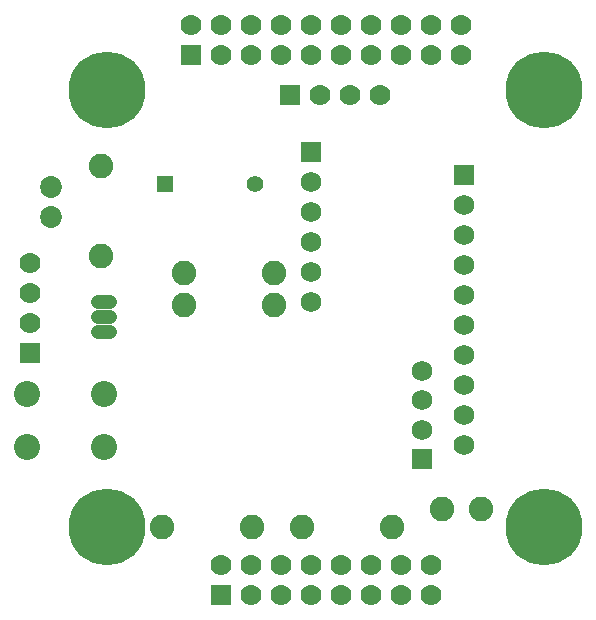
<source format=gbs>
G04 Layer: BottomSolderMaskLayer*
G04 EasyEDA v5.9.42, Tue, 26 Feb 2019 20:51:57 GMT*
G04 04d153d54a3344db93c0417dea638233*
G04 Gerber Generator version 0.2*
G04 Scale: 100 percent, Rotated: No, Reflected: No *
G04 Dimensions in millimeters *
G04 leading zeros omitted , absolute positions ,3 integer and 3 decimal *
%FSLAX33Y33*%
%MOMM*%
G90*
G71D02*

%ADD32C,1.203198*%
%ADD33C,2.082800*%
%ADD34C,1.778000*%
%ADD35R,1.778000X1.778000*%
%ADD36C,2.083206*%
%ADD37R,1.727200X1.727200*%
%ADD38C,1.727200*%
%ADD39C,1.854200*%
%ADD40C,2.203196*%
%ADD41R,1.758188X1.758188*%
%ADD42C,1.758188*%
%ADD43R,1.403198X1.403198*%
%ADD44C,1.403198*%
%ADD45C,6.503187*%

%LPD*%
G54D32*
G01X11751Y27719D02*
G01X10750Y27719D01*
G01X11751Y26449D02*
G01X10750Y26449D01*
G01X11751Y25179D02*
G01X10750Y25179D01*
G54D33*
G01X28000Y8699D03*
G01X35620Y8699D03*
G54D34*
G01X41449Y51186D03*
G01X41449Y48646D03*
G01X38909Y51186D03*
G01X38909Y48646D03*
G01X36369Y51186D03*
G01X36369Y48646D03*
G01X33829Y51186D03*
G01X33829Y48646D03*
G01X31289Y51186D03*
G01X31289Y48646D03*
G01X28749Y51186D03*
G01X28749Y48646D03*
G01X26209Y51186D03*
G01X26209Y48646D03*
G01X23669Y51186D03*
G01X23669Y48646D03*
G01X21129Y51186D03*
G01X21129Y48646D03*
G01X18589Y51186D03*
G54D35*
G01X18588Y48647D03*
G54D34*
G01X38909Y5466D03*
G01X38909Y2926D03*
G01X36369Y5466D03*
G01X36369Y2926D03*
G01X33829Y5466D03*
G01X33829Y2926D03*
G01X31289Y5466D03*
G01X31289Y2926D03*
G01X28749Y5466D03*
G01X28749Y2926D03*
G01X26209Y5466D03*
G01X26209Y2926D03*
G01X23669Y5466D03*
G01X23669Y2926D03*
G01X21129Y5466D03*
G54D35*
G01X21128Y2927D03*
G01X26960Y45198D03*
G54D34*
G01X29499Y45200D03*
G01X32039Y45200D03*
G01X34579Y45200D03*
G54D36*
G01X43151Y10199D03*
G01X39849Y10199D03*
G54D33*
G01X11000Y39199D03*
G01X11000Y31579D03*
G54D35*
G01X4999Y23407D03*
G54D34*
G01X5000Y25950D03*
G01X5000Y28490D03*
G01X5000Y31030D03*
G54D37*
G01X28768Y40431D03*
G54D38*
G01X28769Y37890D03*
G01X28769Y35350D03*
G01X28769Y32810D03*
G01X28769Y30270D03*
G01X28769Y27730D03*
G01X38149Y21899D03*
G01X38149Y19400D03*
G01X38149Y16899D03*
G54D37*
G01X38151Y14398D03*
G54D39*
G01X6750Y34930D03*
G01X6750Y37470D03*
G54D40*
G01X4749Y15449D03*
G01X11249Y15449D03*
G01X11249Y19949D03*
G01X4749Y19949D03*
G54D33*
G01X18000Y27449D03*
G01X25620Y27449D03*
G01X18000Y30199D03*
G01X25620Y30199D03*
G01X23810Y8698D03*
G01X16190Y8698D03*
G54D41*
G01X41769Y38429D03*
G54D42*
G01X41769Y35890D03*
G01X41769Y33350D03*
G01X41769Y30810D03*
G01X41769Y28270D03*
G01X41769Y25730D03*
G01X41769Y23190D03*
G01X41769Y20650D03*
G01X41769Y18110D03*
G01X41769Y15570D03*
G54D43*
G01X16449Y37700D03*
G54D44*
G01X24049Y37700D03*
G54D45*
G01X11499Y45700D03*
G01X11499Y8700D03*
G01X48499Y8700D03*
G01X48499Y45700D03*
M00*
M02*

</source>
